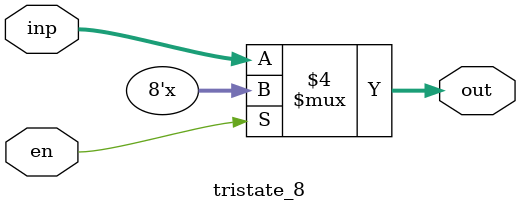
<source format=v>
module tristate_8( input [7:0] inp,
				   input  en,  
                   output reg [7:0] out
			  );
  
  always @(inp or en) 
    begin 
      if (~en) 
        out = inp; 
      else 
        out = 8'bZ; 
    end 
endmodule
	

</source>
